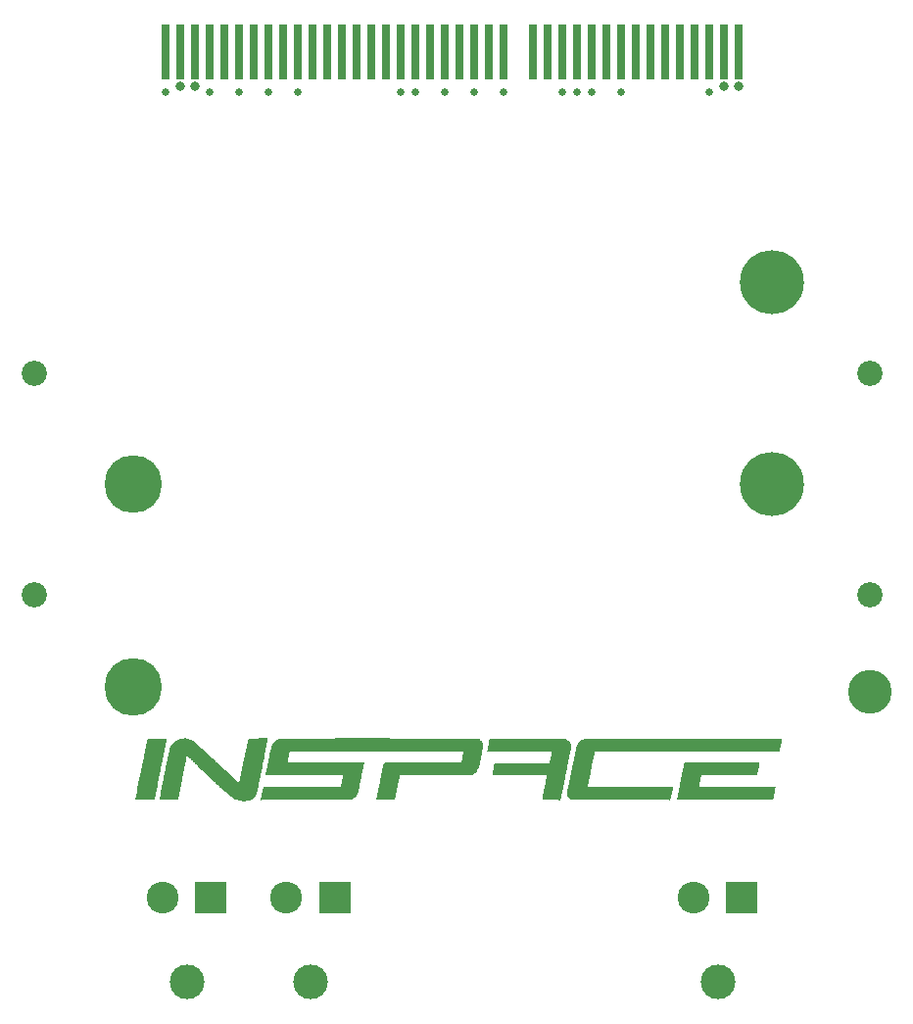
<source format=gbr>
%TF.GenerationSoftware,Altium Limited,Altium Designer,22.11.1 (43)*%
G04 Layer_Color=8388736*
%FSLAX45Y45*%
%MOMM*%
%TF.SameCoordinates,CC3570FD-A2D7-4FBA-AFAC-830B96578B4B*%
%TF.FilePolarity,Negative*%
%TF.FileFunction,Soldermask,Top*%
%TF.Part,Single*%
G01*
G75*
%TA.AperFunction,ComponentPad*%
%ADD15C,3.00000*%
%ADD16R,2.75000X2.75000*%
%ADD17C,2.75000*%
%TA.AperFunction,SMDPad,CuDef*%
%ADD31R,0.73320X4.77520*%
%TA.AperFunction,ComponentPad*%
%ADD32C,2.18320*%
%ADD33C,3.77320*%
%ADD34C,5.52820*%
%ADD35C,4.97320*%
%TA.AperFunction,ViaPad*%
%ADD36C,0.64720*%
%ADD37C,0.83820*%
G36*
X3200464Y3824363D02*
X3198838Y3806479D01*
X3195586Y3798349D01*
X3192334Y3778838D01*
X3189896Y3766644D01*
X3188270Y3760140D01*
X3185831Y3751198D01*
X3183392Y3732500D01*
X3181766Y3725996D01*
X3179327Y3717054D01*
X3177701Y3710550D01*
X3175263Y3691853D01*
X3172824Y3682910D01*
X3169572Y3669903D01*
X3167946Y3653644D01*
X3166320Y3648766D01*
X3163068Y3637385D01*
X3161442Y3626004D01*
X3159004Y3612184D01*
X3156565Y3603241D01*
X3154939Y3596738D01*
X3153313Y3585356D01*
X3150874Y3571536D01*
X3146809Y3557716D01*
X3144370Y3539018D01*
X3142745Y3532514D01*
X3140306Y3523572D01*
X3138680Y3517068D01*
X3136241Y3498370D01*
X3134615Y3491867D01*
X3132176Y3482924D01*
X3130550Y3476421D01*
X3128924Y3460162D01*
X3127299Y3455284D01*
X3124047Y3443903D01*
X3122421Y3432522D01*
X3119982Y3418702D01*
X3117543Y3409759D01*
X3115917Y3403256D01*
X3114291Y3391874D01*
X3111853Y3378054D01*
X3109414Y3369112D01*
X3107788Y3362608D01*
X3105349Y3348788D01*
X3099658Y3338219D01*
X3094780Y3330090D01*
X3091529Y3326838D01*
X3089903Y3323586D01*
X3079334Y3313018D01*
X3076083Y3311392D01*
X3074457Y3308140D01*
X3063075Y3301637D01*
X3041939Y3291881D01*
X3035435Y3290256D01*
X3019989Y3287817D01*
X2998039Y3285378D01*
X2970399Y3287004D01*
X2965522Y3288630D01*
X2949263Y3290256D01*
X2938694Y3294320D01*
X2931378Y3296759D01*
X2920809Y3300824D01*
X2913493Y3304888D01*
X2902112Y3311392D01*
X2890730Y3319522D01*
X2881788Y3326838D01*
X2879349Y3329277D01*
X2876097Y3330903D01*
X2869593Y3337407D01*
X2866342Y3339032D01*
X2853334Y3352040D01*
X2850083Y3353666D01*
X2843579Y3360169D01*
X2840327Y3361795D01*
X2832198Y3369924D01*
X2828946Y3371551D01*
X2822442Y3378054D01*
X2819191Y3379680D01*
X2817565Y3382932D01*
X2814313Y3384558D01*
X2807809Y3391061D01*
X2804558Y3392687D01*
X2798054Y3399191D01*
X2794802Y3400817D01*
X2783421Y3412198D01*
X2780169Y3413824D01*
X2770414Y3423579D01*
X2767162Y3425205D01*
X2752529Y3439838D01*
X2749277Y3441464D01*
X2746025Y3446342D01*
X2742773Y3447968D01*
X2720011Y3470730D01*
X2717572Y3471543D01*
X2715946Y3474795D01*
X2713507Y3477234D01*
X2710255Y3478860D01*
X2707817Y3481299D01*
X2707003Y3483738D01*
X2703752Y3485363D01*
X2680989Y3508126D01*
X2677737Y3509752D01*
X2650097Y3537392D01*
X2646845Y3539018D01*
X2635464Y3550399D01*
X2633025Y3551212D01*
X2631399Y3554464D01*
X2625708Y3558529D01*
X2611076Y3573162D01*
X2608637Y3573975D01*
X2607011Y3577227D01*
X2596442Y3587795D01*
X2594003Y3588608D01*
X2592378Y3591860D01*
X2588313Y3595924D01*
X2585874Y3596738D01*
X2584248Y3599989D01*
X2581809Y3602428D01*
X2578557Y3604054D01*
X2576119Y3606493D01*
X2574493Y3609745D01*
X2569615Y3612997D01*
X2567989Y3616248D01*
X2565550Y3618687D01*
X2562298Y3620313D01*
X2557421Y3626817D01*
X2554169Y3628443D01*
X2550917Y3633320D01*
X2547665Y3634946D01*
X2545227Y3637385D01*
X2543601Y3640637D01*
X2537910Y3644702D01*
X2534658Y3649579D01*
X2531406Y3651205D01*
X2528968Y3653644D01*
X2527342Y3656896D01*
X2522464Y3660148D01*
X2520838Y3663399D01*
X2515147Y3667464D01*
X2511896Y3672342D01*
X2508644Y3673968D01*
X2505392Y3677219D01*
X2499701Y3676406D01*
X2497262Y3656083D01*
X2495637Y3647953D01*
X2493198Y3639011D01*
X2491572Y3632507D01*
X2487507Y3607306D01*
X2485068Y3598363D01*
X2483442Y3591860D01*
X2479378Y3568284D01*
X2476939Y3559342D01*
X2475313Y3552838D01*
X2472874Y3534140D01*
X2471248Y3527637D01*
X2468809Y3518694D01*
X2467184Y3512191D01*
X2464745Y3493493D01*
X2460680Y3479673D01*
X2459054Y3468292D01*
X2457428Y3455284D01*
X2455802Y3450407D01*
X2452550Y3439025D01*
X2450924Y3422766D01*
X2449299Y3416263D01*
X2446047Y3404881D01*
X2444421Y3398378D01*
X2440356Y3374802D01*
X2437104Y3361795D01*
X2433852Y3340658D01*
X2432227Y3334155D01*
X2429788Y3325212D01*
X2428162Y3313831D01*
X2425723Y3300011D01*
X2420845Y3295133D01*
X2268824Y3294320D01*
X2265572Y3295946D01*
X2263946Y3302450D01*
X2266385Y3313018D01*
X2268011Y3319522D01*
X2270450Y3328464D01*
X2272075Y3344723D01*
X2275327Y3357730D01*
X2278579Y3369112D01*
X2281018Y3387809D01*
X2285896Y3407320D01*
X2289960Y3434148D01*
X2293212Y3442277D01*
X2294838Y3458536D01*
X2296464Y3465040D01*
X2298090Y3474795D01*
X2301342Y3482924D01*
X2302968Y3499184D01*
X2307032Y3516255D01*
X2308658Y3522759D01*
X2310284Y3530889D01*
X2311910Y3543896D01*
X2313536Y3552025D01*
X2315975Y3560968D01*
X2317601Y3567471D01*
X2319227Y3583730D01*
X2320852Y3590234D01*
X2324104Y3601615D01*
X2325730Y3608119D01*
X2328169Y3626817D01*
X2329795Y3633320D01*
X2332234Y3642263D01*
X2333860Y3648766D01*
X2336299Y3667464D01*
X2338737Y3676406D01*
X2340363Y3682910D01*
X2341989Y3694291D01*
X2344428Y3708111D01*
X2346867Y3717054D01*
X2348493Y3723558D01*
X2351745Y3738191D01*
X2358248Y3752824D01*
X2359874Y3756076D01*
X2363126Y3759328D01*
X2369629Y3770709D01*
X2372881Y3773960D01*
X2376946Y3781277D01*
X2380198Y3782903D01*
X2384262Y3788594D01*
X2394018Y3796723D01*
X2406212Y3805665D01*
X2411090Y3807291D01*
X2414342Y3810543D01*
X2422471Y3813795D01*
X2428975Y3815421D01*
X2432227Y3818673D01*
X2438730Y3820299D01*
X2457428Y3824363D01*
X2466370Y3826802D01*
X2489946Y3827615D01*
X2506205Y3825989D01*
X2515147Y3823550D01*
X2534658Y3818673D01*
X2542788Y3813795D01*
X2549291Y3812169D01*
X2554169Y3807291D01*
X2562298Y3802414D01*
X2567176Y3797536D01*
X2570428Y3795910D01*
X2576932Y3789406D01*
X2580183Y3787781D01*
X2594817Y3773148D01*
X2598068Y3771522D01*
X2619205Y3750385D01*
X2622457Y3748759D01*
X2625708Y3743881D01*
X2628960Y3742255D01*
X2643593Y3727622D01*
X2646845Y3725996D01*
X2661478Y3711363D01*
X2664730Y3709738D01*
X2672860Y3701608D01*
X2675298Y3700795D01*
X2676924Y3697543D01*
X2682615Y3693479D01*
X2697248Y3678845D01*
X2699687Y3678033D01*
X2701313Y3674781D01*
X2707003Y3670716D01*
X2721637Y3656083D01*
X2724888Y3654457D01*
X2728140Y3649579D01*
X2731392Y3647953D01*
X2746025Y3633320D01*
X2749277Y3631694D01*
X2757406Y3623565D01*
X2760658Y3621939D01*
X2780169Y3602428D01*
X2783421Y3600802D01*
X2798054Y3586169D01*
X2801306Y3584543D01*
X2804558Y3579665D01*
X2806183D01*
X2806996Y3578853D01*
X2828946Y3556903D01*
X2832198Y3555277D01*
X2846831Y3540644D01*
X2850083Y3539018D01*
X2864716Y3524385D01*
X2867968Y3522759D01*
X2882601Y3508126D01*
X2885852Y3506500D01*
X2906989Y3485363D01*
X2910241Y3483738D01*
X2912680Y3481299D01*
X2913493Y3478860D01*
X2916744Y3477234D01*
X2931378Y3462601D01*
X2934629Y3460975D01*
X2943572Y3452032D01*
X2944385Y3449594D01*
X2950888Y3451219D01*
X2953327Y3460162D01*
X2956579Y3471543D01*
X2958205Y3478047D01*
X2960644Y3493493D01*
X2962270Y3499997D01*
X2964709Y3507313D01*
X2966334Y3518694D01*
X2970399Y3535766D01*
X2972838Y3544709D01*
X2974464Y3556090D01*
X2976090Y3565845D01*
X2979342Y3573975D01*
X2980968Y3585356D01*
X2982593Y3591860D01*
X2985032Y3604054D01*
X2987471Y3612997D01*
X2989097Y3619500D01*
X2991536Y3634946D01*
X2993162Y3641450D01*
X2995601Y3650392D01*
X2997227Y3656896D01*
X2999665Y3672342D01*
X3003730Y3686162D01*
X3005356Y3697543D01*
X3008608Y3712176D01*
X3010234Y3717054D01*
X3011860Y3723558D01*
X3013485Y3734939D01*
X3015924Y3745507D01*
X3019989Y3759328D01*
X3023241Y3780464D01*
X3024867Y3785342D01*
X3028119Y3796723D01*
X3030558Y3813795D01*
X3033809Y3821925D01*
X3038687Y3826802D01*
X3195586Y3827615D01*
X3200464Y3824363D01*
D02*
G37*
G36*
X4256486Y3826802D02*
X5012529Y3825176D01*
X5020658Y3821925D01*
X5031226Y3819486D01*
X5035291Y3815421D01*
X5038543Y3813795D01*
X5044234Y3809730D01*
X5045860Y3806479D01*
X5049111Y3804853D01*
X5055615Y3793471D01*
X5057241Y3788594D01*
X5060493Y3769083D01*
X5058867Y3739816D01*
X5057241Y3734939D01*
X5054802Y3719493D01*
X5052363Y3710550D01*
X5050737Y3704047D01*
X5048299Y3685349D01*
X5045860Y3676406D01*
X5042608Y3663399D01*
X5040169Y3644702D01*
X5037730Y3635759D01*
X5036104Y3629255D01*
X5034478Y3617874D01*
X5032039Y3604054D01*
X5029601Y3595112D01*
X5026349Y3582104D01*
X5024723Y3573975D01*
X5013342Y3552838D01*
X5005212Y3541457D01*
X4994644Y3530889D01*
X4991392Y3529263D01*
X4986514Y3524385D01*
X4981636Y3522759D01*
X4971881Y3516255D01*
X4962939Y3513817D01*
X4960500Y3511378D01*
X4953996Y3509752D01*
X4942615Y3508126D01*
X4342658Y3506500D01*
X4340219Y3504061D01*
X4337781Y3485363D01*
X4333716Y3471543D01*
X4332090Y3460162D01*
X4329651Y3446342D01*
X4327212Y3437399D01*
X4325586Y3430896D01*
X4323960Y3419514D01*
X4321521Y3407320D01*
X4319083Y3398378D01*
X4317457Y3391874D01*
X4315831Y3375615D01*
X4312579Y3364234D01*
X4309327Y3351227D01*
X4305262Y3327651D01*
X4302824Y3318709D01*
X4301198Y3312205D01*
X4299572Y3299198D01*
X4295507Y3295133D01*
X4143485Y3294320D01*
X4138608Y3297572D01*
X4140234Y3312205D01*
X4141860Y3317083D01*
X4143485Y3323586D01*
X4145111Y3334968D01*
X4147550Y3347162D01*
X4149176Y3353666D01*
X4151615Y3362608D01*
X4154054Y3381306D01*
X4155680Y3387809D01*
X4158119Y3396752D01*
X4159745Y3403256D01*
X4162183Y3421953D01*
X4163809Y3428457D01*
X4166248Y3437399D01*
X4167874Y3443903D01*
X4170313Y3462601D01*
X4172752Y3471543D01*
X4174378Y3478047D01*
X4176004Y3489428D01*
X4178442Y3501622D01*
X4180068Y3508126D01*
X4182507Y3517068D01*
X4184133Y3533327D01*
X4185759Y3539831D01*
X4189011Y3551212D01*
X4190637Y3557716D01*
X4194701Y3581292D01*
X4197140Y3590234D01*
X4198766Y3596738D01*
X4201205Y3615435D01*
X4209334Y3618687D01*
X4871075Y3620313D01*
X4873514Y3622752D01*
X4876766Y3635759D01*
X4878392Y3647140D01*
X4882457Y3664212D01*
X4884083Y3670716D01*
X4885709Y3678845D01*
X4887334Y3691853D01*
X4888960Y3698356D01*
X4891399Y3705673D01*
X4889773Y3715428D01*
X4230471Y3716241D01*
X4225594Y3714615D01*
X4219090Y3716241D01*
X4020730D01*
X3391507Y3714615D01*
X3389068Y3712176D01*
X3387442Y3700795D01*
X3383378Y3683723D01*
X3380939Y3674781D01*
X3378500Y3657709D01*
X3376874Y3651205D01*
X3374435Y3642263D01*
X3372809Y3635759D01*
X3371996Y3621939D01*
X3375248Y3618687D01*
X4032111Y3617061D01*
X4032924Y3608119D01*
X4029673Y3599989D01*
X4028047Y3593486D01*
X4025608Y3574788D01*
X4023169Y3565845D01*
X4019917Y3552838D01*
X4018291Y3536579D01*
X4016665Y3531702D01*
X4013414Y3520320D01*
X4011788Y3504061D01*
X4010162Y3497558D01*
X4006910Y3486176D01*
X4005284Y3479673D01*
X4001219Y3454471D01*
X3998780Y3445529D01*
X3997155Y3439025D01*
X3994716Y3421953D01*
X3989838Y3402443D01*
X3986586Y3381306D01*
X3980896Y3362608D01*
X3978457Y3353666D01*
X3974392Y3346349D01*
X3971140Y3338219D01*
X3966263Y3333342D01*
X3961385Y3325212D01*
X3949190Y3313018D01*
X3945939Y3311392D01*
X3941061Y3306514D01*
X3932119Y3304076D01*
X3924802Y3300011D01*
X3918298Y3298385D01*
X3902852Y3295946D01*
X3148435Y3294320D01*
X3142745Y3293507D01*
X3138680Y3297572D01*
X3140306Y3313831D01*
X3143558Y3321961D01*
X3146809Y3344723D01*
X3149248Y3353666D01*
X3152500Y3366673D01*
X3155752Y3387809D01*
X3160629Y3400817D01*
X3163881Y3404068D01*
X3170385Y3405694D01*
X3175263Y3404068D01*
X3828874Y3405694D01*
X3831313Y3408133D01*
X3832939Y3419514D01*
X3835378Y3431709D01*
X3837817Y3440651D01*
X3839442Y3447155D01*
X3841881Y3465853D01*
X3844320Y3474795D01*
X3847572Y3487802D01*
X3849198Y3505687D01*
X3846759Y3508126D01*
X3183392Y3509752D01*
X3182579Y3518694D01*
X3184205Y3523572D01*
X3186644Y3540644D01*
X3188270Y3547148D01*
X3190709Y3556090D01*
X3192334Y3567471D01*
X3194773Y3581292D01*
X3196399Y3587795D01*
X3198838Y3596738D01*
X3200464Y3608119D01*
X3202903Y3621939D01*
X3205342Y3630881D01*
X3206968Y3637385D01*
X3208594Y3648766D01*
X3210219Y3661773D01*
X3213471Y3669903D01*
X3215097Y3681284D01*
X3216723Y3687788D01*
X3218349Y3702421D01*
X3221601Y3710550D01*
X3224853Y3733313D01*
X3227291Y3742255D01*
X3231356Y3756076D01*
X3233795Y3765018D01*
X3236234Y3767457D01*
X3239486Y3775586D01*
X3241111Y3778838D01*
X3245989Y3783716D01*
X3247615Y3786968D01*
X3254932Y3795910D01*
X3264687Y3805665D01*
X3267939Y3807291D01*
X3272816Y3812169D01*
X3280946Y3815421D01*
X3284198Y3818673D01*
X3297205Y3821925D01*
X3306147Y3824363D01*
X3315903Y3825989D01*
X4241040Y3827615D01*
X4251608Y3828428D01*
X4256486Y3826802D01*
D02*
G37*
G36*
X2325730Y3825989D02*
X2327356Y3819486D01*
X2325730Y3812982D01*
X2324104Y3799975D01*
X2320852Y3791845D01*
X2317601Y3769083D01*
X2315975Y3762579D01*
X2312723Y3751198D01*
X2311097Y3739816D01*
X2308658Y3725996D01*
X2307032Y3719493D01*
X2304594Y3710550D01*
X2302968Y3699169D01*
X2300529Y3685349D01*
X2298090Y3676406D01*
X2296464Y3669903D01*
X2294838Y3658522D01*
X2292399Y3646327D01*
X2290773Y3639824D01*
X2288335Y3630881D01*
X2285896Y3612184D01*
X2284270Y3605680D01*
X2281831Y3596738D01*
X2280205Y3590234D01*
X2277766Y3571536D01*
X2273701Y3557716D01*
X2272075Y3546335D01*
X2269637Y3532514D01*
X2268011Y3526011D01*
X2265572Y3517068D01*
X2263946Y3505687D01*
X2261507Y3491867D01*
X2259068Y3482924D01*
X2257443Y3476421D01*
X2255816Y3465040D01*
X2253378Y3452845D01*
X2251752Y3446342D01*
X2249313Y3437399D01*
X2246874Y3418702D01*
X2245248Y3412198D01*
X2242809Y3403256D01*
X2241183Y3396752D01*
X2238745Y3378054D01*
X2236306Y3369112D01*
X2233054Y3356104D01*
X2231428Y3339845D01*
X2229802Y3334968D01*
X2226550Y3323586D01*
X2223299Y3300824D01*
X2217608Y3295133D01*
X2059083Y3294320D01*
X2055831Y3295946D01*
X2054205Y3302450D01*
X2055831Y3308953D01*
X2057457Y3313831D01*
X2060709Y3326838D01*
X2062334Y3343097D01*
X2063960Y3347975D01*
X2067212Y3359356D01*
X2068838Y3370737D01*
X2071277Y3384558D01*
X2072090Y3385371D01*
X2073716Y3395126D01*
X2075342Y3400004D01*
X2079407Y3425205D01*
X2081845Y3434148D01*
X2083471Y3440651D01*
X2087536Y3464227D01*
X2089975Y3473169D01*
X2091601Y3479673D01*
X2094039Y3498370D01*
X2095665Y3504874D01*
X2098104Y3513817D01*
X2099730Y3520320D01*
X2102169Y3539018D01*
X2106234Y3552838D01*
X2107860Y3564219D01*
X2110299Y3578040D01*
X2111924Y3584543D01*
X2114363Y3593486D01*
X2118428Y3618687D01*
X2120867Y3627630D01*
X2122493Y3634133D01*
X2126558Y3657709D01*
X2129809Y3670716D01*
X2133061Y3691853D01*
X2134687Y3698356D01*
X2137126Y3707299D01*
X2138752Y3713802D01*
X2141191Y3732500D01*
X2145255Y3746320D01*
X2146881Y3757701D01*
X2148507Y3770709D01*
X2150133Y3775586D01*
X2153385Y3786968D01*
X2155011Y3798349D01*
X2157450Y3812169D01*
X2162327Y3825176D01*
X2167205Y3826802D01*
X2325730Y3825989D01*
D02*
G37*
G36*
X5755565Y3825176D02*
X5763694Y3821925D01*
X5776701Y3820299D01*
X5797838Y3808917D01*
X5801090Y3805665D01*
X5804342Y3804040D01*
X5814910Y3793471D01*
X5816536Y3786968D01*
X5819788Y3783716D01*
X5821414Y3777212D01*
X5823039Y3765831D01*
X5821414Y3739816D01*
X5818162Y3731687D01*
X5815723Y3721119D01*
X5814097Y3708111D01*
X5812471Y3698356D01*
X5808406Y3684536D01*
X5806780Y3673155D01*
X5804342Y3659335D01*
X5801903Y3650392D01*
X5800277Y3643889D01*
X5796212Y3620313D01*
X5792960Y3607306D01*
X5791334Y3597550D01*
X5788083Y3579665D01*
X5785644Y3570723D01*
X5784018Y3564219D01*
X5781579Y3545522D01*
X5779140Y3536579D01*
X5775888Y3523572D01*
X5773449Y3504874D01*
X5769385Y3491054D01*
X5767759Y3474795D01*
X5766133Y3468292D01*
X5762881Y3456910D01*
X5761255Y3450407D01*
X5759629Y3434148D01*
X5758003Y3427644D01*
X5754752Y3416263D01*
X5753126Y3409759D01*
X5750687Y3392687D01*
X5749061Y3386183D01*
X5746622Y3377241D01*
X5744996Y3370737D01*
X5742557Y3352040D01*
X5740932Y3345536D01*
X5738493Y3336594D01*
X5736867Y3330090D01*
X5734428Y3311392D01*
X5729550Y3298385D01*
X5726298Y3295133D01*
X5719795Y3293507D01*
X5714917Y3295133D01*
X5577529Y3294320D01*
X5572651Y3297572D01*
X5574277Y3320334D01*
X5577529Y3328464D01*
X5579154Y3334968D01*
X5580781Y3346349D01*
X5583219Y3360169D01*
X5585658Y3369112D01*
X5587284Y3375615D01*
X5591349Y3399191D01*
X5593788Y3408133D01*
X5595413Y3414637D01*
X5597852Y3431709D01*
X5602730Y3451219D01*
X5605982Y3472356D01*
X5607608Y3478860D01*
X5610047Y3487802D01*
X5611673Y3499184D01*
X5613298Y3504061D01*
X5609234Y3508126D01*
X5140975Y3509752D01*
X5138536Y3513817D01*
X5141788Y3521946D01*
X5143414Y3528450D01*
X5145852Y3547148D01*
X5149917Y3560968D01*
X5151543Y3572349D01*
X5153982Y3586169D01*
X5156421Y3595112D01*
X5159672Y3608119D01*
X5163737Y3612184D01*
X5179996Y3610558D01*
X5621428Y3611370D01*
X5630371Y3610558D01*
X5634435Y3612997D01*
X5638500Y3631694D01*
X5641752Y3644702D01*
X5643378Y3657709D01*
X5645003Y3667464D01*
X5646629Y3673968D01*
X5649068Y3682910D01*
X5650694Y3694291D01*
X5652320Y3707299D01*
X5649881Y3711363D01*
X5638500Y3714615D01*
X5100327Y3716241D01*
X5097888Y3718680D01*
X5099514Y3733313D01*
X5101140Y3738191D01*
X5104392Y3751198D01*
X5106831Y3769896D01*
X5109270Y3778838D01*
X5110896Y3785342D01*
X5112521Y3796723D01*
X5114960Y3810543D01*
X5119838Y3823550D01*
X5121464Y3826802D01*
X5544198D01*
X5755565Y3825176D01*
D02*
G37*
G36*
X7448126Y3617061D02*
X7448939Y3609745D01*
X7447313Y3604867D01*
X7445687Y3598363D01*
X7444061Y3580478D01*
X7440809Y3572349D01*
X7439183Y3560968D01*
X7437557Y3554464D01*
X7435932Y3539831D01*
X7432680Y3531702D01*
X7431054Y3520320D01*
X7429428Y3510565D01*
X7422111Y3508126D01*
X6947349Y3506500D01*
X6944910Y3497558D01*
X6942471Y3486989D01*
X6940032Y3478047D01*
X6938406Y3466666D01*
X6935968Y3454471D01*
X6934341Y3447968D01*
X6931903Y3439025D01*
X6928651Y3416263D01*
X6932716Y3412198D01*
X7586327Y3410572D01*
X7588766Y3408133D01*
X7586327Y3392687D01*
X7584701Y3379680D01*
X7583075Y3373176D01*
X7580637Y3364234D01*
X7579011Y3357730D01*
X7576572Y3339032D01*
X7574133Y3330090D01*
X7570881Y3317083D01*
X7569255Y3300824D01*
X7563565Y3295133D01*
X7394471D01*
X6741673Y3294320D01*
X6736795Y3297572D01*
X6738421Y3310579D01*
X6740047Y3315457D01*
X6741673Y3321961D01*
X6743298Y3333342D01*
X6745737Y3347162D01*
X6748176Y3356104D01*
X6749802Y3362608D01*
X6751428Y3373989D01*
X6753867Y3387809D01*
X6756306Y3396752D01*
X6757932Y3403256D01*
X6761996Y3426831D01*
X6764435Y3435773D01*
X6766061Y3442277D01*
X6768500Y3460975D01*
X6770126Y3467478D01*
X6772565Y3476421D01*
X6774190Y3482924D01*
X6776629Y3501622D01*
X6780694Y3515443D01*
X6782320Y3526824D01*
X6784759Y3540644D01*
X6786385Y3547148D01*
X6788824Y3556090D01*
X6792888Y3581292D01*
X6795327Y3590234D01*
X6796953Y3596738D01*
X6800205Y3616248D01*
X6807522Y3618687D01*
X7448126Y3617061D01*
D02*
G37*
G36*
X7644047Y3822738D02*
X7640795Y3803227D01*
X7638356Y3792658D01*
X7634291Y3778838D01*
X7632665Y3767457D01*
X7630227Y3756889D01*
X7626162Y3743068D01*
X7622910Y3721932D01*
X7617219Y3716241D01*
X7610716Y3714615D01*
X6028716Y3712989D01*
X6026277Y3710550D01*
X6024651Y3704047D01*
X6023025Y3691040D01*
X6019773Y3682910D01*
X6018960Y3678845D01*
X6018147Y3678033D01*
X6016521Y3656896D01*
X6014896Y3652018D01*
X6011644Y3640637D01*
X6008392Y3617874D01*
X6003514Y3601615D01*
X6001888Y3590234D01*
X5999450Y3576414D01*
X5997011Y3567471D01*
X5995385Y3560968D01*
X5993759Y3544709D01*
X5990507Y3533327D01*
X5987255Y3520320D01*
X5983190Y3496745D01*
X5980752Y3487802D01*
X5979126Y3481299D01*
X5976687Y3462601D01*
X5974248Y3453658D01*
X5970996Y3440651D01*
X5968558Y3421953D01*
X5964493Y3411385D01*
X5966931Y3405694D01*
X5978313Y3404068D01*
X6699399Y3404881D01*
X6702651Y3401629D01*
X6701025Y3385371D01*
X6697773Y3377241D01*
X6695334Y3356917D01*
X6692895Y3347975D01*
X6689644Y3334968D01*
X6685579Y3311392D01*
X6680701Y3298385D01*
X6679075Y3295133D01*
X6672572Y3293507D01*
X6666068Y3295133D01*
X5827104Y3296759D01*
X5805968Y3308140D01*
X5793773Y3320334D01*
X5790522Y3328464D01*
X5788895Y3344723D01*
X5790522Y3378867D01*
X5792147Y3383745D01*
X5793773Y3396752D01*
X5797025Y3404881D01*
X5798651Y3416263D01*
X5801090Y3431709D01*
X5803529Y3440651D01*
X5806780Y3453658D01*
X5808406Y3469917D01*
X5810032Y3474795D01*
X5813284Y3486176D01*
X5814910Y3497558D01*
X5817349Y3511378D01*
X5819788Y3520320D01*
X5821414Y3526824D01*
X5825478Y3550399D01*
X5828730Y3563407D01*
X5830356Y3573162D01*
X5833608Y3591047D01*
X5836047Y3599989D01*
X5837673Y3606493D01*
X5840112Y3625191D01*
X5841737Y3631694D01*
X5844176Y3640637D01*
X5845802Y3647140D01*
X5847428Y3665025D01*
X5850680Y3673155D01*
X5852306Y3679658D01*
X5853932Y3695917D01*
X5857183Y3708925D01*
X5860435Y3720306D01*
X5862061Y3736565D01*
X5867752Y3752011D01*
X5869378Y3760140D01*
X5872629Y3768270D01*
X5875068Y3770709D01*
X5878320Y3778838D01*
X5881572Y3782090D01*
X5883198Y3785342D01*
X5890514Y3794284D01*
X5901895Y3805665D01*
X5905147Y3807291D01*
X5910025Y3812169D01*
X5918155Y3815421D01*
X5921406Y3818673D01*
X5934414Y3821925D01*
X5943356Y3824363D01*
X5953111Y3825989D01*
X7639982Y3826802D01*
X7644047Y3822738D01*
D02*
G37*
D15*
X7088500Y1720000D02*
D03*
X3570000D02*
D03*
X2500000D02*
D03*
D16*
X7298500Y2450000D02*
D03*
X3780000D02*
D03*
X2710000D02*
D03*
D17*
X6878500D02*
D03*
X3360000D02*
D03*
X2290000D02*
D03*
D31*
X2317650Y9760000D02*
D03*
X2444650D02*
D03*
X2571650D02*
D03*
X2698650D02*
D03*
X2825650D02*
D03*
X2952650D02*
D03*
X3079650D02*
D03*
X3206650D02*
D03*
X3333650D02*
D03*
X3460650D02*
D03*
X3587650D02*
D03*
X3714650D02*
D03*
X3841650D02*
D03*
X3968650D02*
D03*
X4095650D02*
D03*
X4222650D02*
D03*
X4349650D02*
D03*
X4476650D02*
D03*
X4603650D02*
D03*
X4730650D02*
D03*
X4857650D02*
D03*
X4984650D02*
D03*
X5111650D02*
D03*
X5238650D02*
D03*
X5492650D02*
D03*
X5619650D02*
D03*
X5746650D02*
D03*
X5873650D02*
D03*
X6000650D02*
D03*
X6127650D02*
D03*
X6254650D02*
D03*
X6381650D02*
D03*
X6508650D02*
D03*
X6635650D02*
D03*
X6762650D02*
D03*
X6889650D02*
D03*
X7016650D02*
D03*
X7143650D02*
D03*
X7270650D02*
D03*
D32*
X8405250Y6979000D02*
D03*
Y5066000D02*
D03*
X1183250Y6979000D02*
D03*
Y5066000D02*
D03*
D33*
X8405250Y4229000D02*
D03*
D34*
X7554250Y7771000D02*
D03*
Y6024000D02*
D03*
D35*
X2034250Y4271000D02*
D03*
Y6024000D02*
D03*
D36*
X7016700Y9410000D02*
D03*
X6254700D02*
D03*
X6000700D02*
D03*
X5873700D02*
D03*
X5746700D02*
D03*
X5238700D02*
D03*
X4984700D02*
D03*
X4730700D02*
D03*
X4476700D02*
D03*
X4349700D02*
D03*
X3460700D02*
D03*
X3206700D02*
D03*
X2952700D02*
D03*
X2698700D02*
D03*
X2317700D02*
D03*
D37*
X2444700Y9460000D02*
D03*
X2571700D02*
D03*
X7270700D02*
D03*
X7143700D02*
D03*
%TF.MD5,edd640a35383ae2d6a8cfc7865d0000f*%
M02*

</source>
